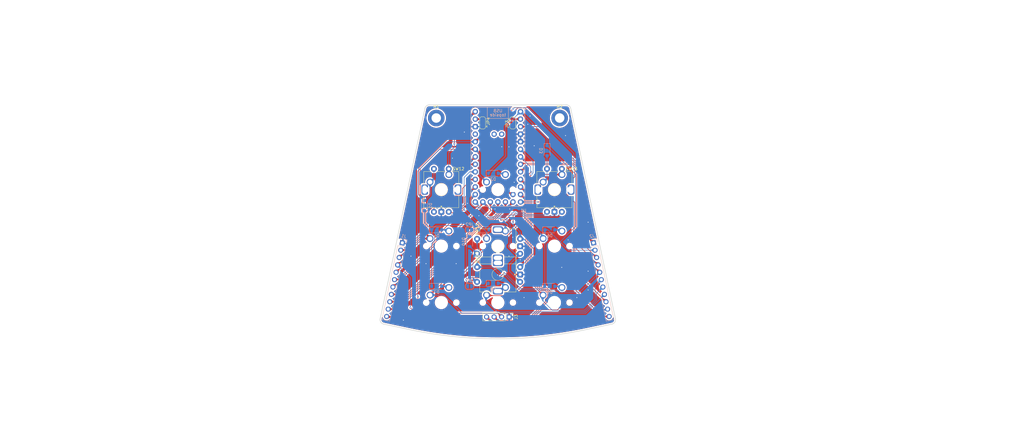
<source format=kicad_pcb>
(kicad_pcb (version 20240108) (generator "pcbnew") (generator_version "8.0")
  (layers (0 "F.Cu" signal) (31 "B.Cu" signal) (34 "B.Paste" user) (35 "F.Paste" user) (36 "B.SilkS" user "B.Silkscreen") (37 "F.SilkS" user "F.Silkscreen") (38 "B.Mask" user) (39 "F.Mask" user) (44 "Edge.Cuts" user))
  (net 0 "")
  (net 1 "col5")
  (net 2 "Net-(D1-A)")
  (net 3 "row2")
  (net 4 "row0")
  (net 5 "col4")
  (net 6 "col2")
  (net 7 "col3")
  (net 8 "row1")
  (net 9 "row3")
  (net 10 "col0")
  (net 11 "col1")
  (net 12 "col8")
  (net 13 "row5")
  (net 14 "col10")
  (net 15 "col6")
  (net 16 "GND")
  (net 17 "col9")
  (net 18 "row4")
  (net 19 "col7")
  (net 20 "col11")
  (net 21 "Net-(D2-A)")
  (net 22 "Net-(D3-A)")
  (net 23 "Net-(D4-A)")
  (net 24 "Net-(D5-A)")
  (net 27 "Net-(D6-A)")
  (net 28 "enc2")
  (net 29 "enc3")
  (net 30 "Net-(D7-A)")
  (net 32 "Net-(D8-A)")
  (net 33 "Net-(D9-A)")
  (net 34 "Net-(D10-A)")
  (net 35 "rgb")
  (net 36 "sda")
  (net 37 "vcc")
  (net 38 "scl")
  (net 39 "enc1")
  (net 40 "vccrgb")
  (net 41 "enc0")
  (net 42 "Net-(D8-K)")
  (net 43 "Net-(D5-K)")
  (net 44 "Net-(JP3-B)")
  (net 45 "Net-(JP3-A)")
  (net 46 "Net-(JP4-B)")
  (footprint "MountingHole:MountingHole_3.2mm_M3_DIN965_Pad" (layer "F.Cu") (at 219.0026 138.860167)
    (property "Reference" "H2")
    (property "Value" "MountingHole")
  )
  (footprint "PCM_marbastlib-mx:SW_MX_1u" (layer "F.Cu") (at 179.145 182.05)
    (property "Reference" "SW4" (hide yes))
    (property "Value" "SW_Push_45deg")
  )
  (footprint "PCM_marbastlib-various:ROT_Alps_EC11E-Switch" (layer "F.Cu") (at 198.195 182.1125 90)
    (property "Reference" "SW11")
    (property "Value" "RotaryEncoder_Switch")
  )
  (footprint "Connector_PinHeader_2.54mm:PinHeader_1x04_P2.54mm_Vertical" (layer "F.Cu") (at 201.995 205.925 -90)
    (property "Reference" "J3")
    (property "Value" "Conn_01x04")
  )
  (footprint "PCM_marbastlib-mx:SW_MX_1u" (layer "F.Cu") (at 198.195 201.1)
    (property "Reference" "SW8" (hide yes))
    (property "Value" "SW_Push_45deg")
  )
  (footprint "Jumper:SolderJumper-3_P1.3mm_Open_RoundedPad1.0x1.5mm" (layer "F.Cu") (at 203.2 140.49375 -90)
    (property "Reference" "JP3")
    (property "Value" "Jumper_3_Open")
  )
  (footprint "PCM_marbastlib-various:ROT_Alps_EC11E-Switch" (layer "F.Cu") (at 179.145 163)
    (property "Reference" "SW12")
    (property "Value" "RotaryEncoder_Switch")
  )
  (footprint "MountingHole:MountingHole_3.2mm_M3_DIN965_Pad" (layer "F.Cu") (at 177.4406 138.860167)
    (property "Reference" "H1")
    (property "Value" "MountingHole")
  )
  (footprint "PCM_marbastlib-mx:SW_MX_1u" (layer "F.Cu") (at 198.195 163)
    (property "Reference" "SW2" (hide yes))
    (property "Value" "SW_Push_45deg")
  )
  (footprint "PCM_marbastlib-various:ROT_Alps_EC11E-Switch" (layer "F.Cu") (at 198.195 191.6375 90)
    (property "Reference" "SW10")
    (property "Value" "RotaryEncoder_Switch")
  )
  (footprint "PCM_marbastlib-mx:SW_MX_1u" (layer "F.Cu") (at 217.245 182.05)
    (property "Reference" "SW6" (hide yes))
    (property "Value" "SW_Push_45deg")
  )
  (footprint "PCM_marbastlib-mx:SW_MX_1u" (layer "F.Cu") (at 217.245 163)
    (property "Reference" "SW3" (hide yes))
    (property "Value" "SW_Push_45deg")
  )
  (footprint "PCM_marbastlib-mx:SW_MX_1u" (layer "F.Cu") (at 179.145 163)
    (property "Reference" "SW1" (hide yes))
    (property "Value" "SW_Push_45deg")
  )
  (footprint "PCM_marbastlib-mx:SW_MX_1u" (layer "F.Cu") (at 217.245 201.1)
    (property "Reference" "SW9" (hide yes))
    (property "Value" "SW_Push_45deg")
  )
  (footprint "PCM_marbastlib-various:ROT_Alps_EC11E-Switch" (layer "F.Cu") (at 217.245 163)
    (property "Reference" "SW13")
    (property "Value" "RotaryEncoder_Switch")
  )
  (footprint "Jumper:SolderJumper-3_P1.3mm_Open_RoundedPad1.0x1.5mm" (layer "F.Cu") (at 193.04 140.49375 90)
    (property "Reference" "JP4")
    (property "Value" "Jumper_3_Open")
  )
  (footprint "PCM_marbastlib-mx:SW_MX_1u" (layer "F.Cu") (at 179.145 201.1)
    (property "Reference" "SW7" (hide yes))
    (property "Value" "SW_Push_45deg")
  )
  (footprint "PCM_marbastlib-mx:SW_MX_1u" (layer "F.Cu") (at 198.195 182.05)
    (property "Reference" "SW5" (hide yes))
    (property "Value" "SW_Push_45deg")
  )
  (footprint "Connector_PinHeader_2.54mm:PinHeader_1x11_P2.54mm_Vertical" (layer "B.Cu") (at 230.399607 180.945708 -168)
    (property "Reference" "J2")
    (property "Value" "Conn_01x11")
  )
  (footprint "Connector_PinHeader_2.54mm:PinHeader_1x11_P2.54mm_Vertical" (layer "B.Cu") (at 166.008871 180.945708 168)
    (property "Reference" "J1")
    (property "Value" "Conn_01x11")
  )
  (footprint "Jumper:SolderJumper-2_P1.3mm_Open_RoundedPad1.0x1.5mm" (layer "B.Cu") (at 188.67 176.55625 180)
    (property "Reference" "JP2")
    (property "Value" "SolderJumper_2_Open")
  )
  (footprint "Diode_SMD:D_SOD-123" (layer "B.Cu") (at 177.5575 176.55625)
    (property "Reference" "D4")
    (property "Value" "D")
  )
  (footprint "Diode_SMD:D_SOD-123" (layer "B.Cu") (at 177.5575 195.60625)
    (property "Reference" "D7")
    (property "Value" "D")
  )
  (footprint "Diode_SMD:D_SOD-123" (layer "B.Cu") (at 214.757 149.86 -90)
    (property "Reference" "D3")
    (property "Value" "D")
  )
  (footprint "Diode_SMD:D_SOD-123" (layer "B.Cu") (at 196.6075 157.50625)
    (property "Reference" "D2")
    (property "Value" "D")
  )
  (footprint "PCM_marbastlib-xp-promicroish:Helios_AH_USBup" (layer "B.Cu") (at 198.200946 153.2 180)
    (property "Reference" "U1")
    (property "Value" "Helios")
  )
  (footprint "Diode_SMD:D_SOD-123" (layer "B.Cu") (at 215.6575 176.55625)
    (property "Reference" "D6")
    (property "Value" "D")
  )
  (footprint "Jumper:SolderJumper-2_P1.3mm_Open_RoundedPad1.0x1.5mm" (layer "B.Cu") (at 188.67 195.60625 180)
    (property "Reference" "JP1")
    (property "Value" "SolderJumper_2_Open")
  )
  (footprint "Diode_SMD:D_SOD-123" (layer "B.Cu") (at 215.6575 195.60625)
    (property "Reference" "D9")
    (property "Value" "D")
  )
  (footprint "Diode_SMD:D_SOD-123" (layer "B.Cu") (at 196.6075 194.6)
    (property "Reference" "D8")
    (property "Value" "D")
  )
  (footprint "Diode_SMD:D_SOD-123" (layer "B.Cu") (at 173.482 168.402 90)
    (property "Reference" "D1")
    (property "Value" "D")
  )
  (footprint "Diode_SMD:D_SOD-123" (layer "B.Cu") (at 193.495 176.55625)
    (property "Reference" "D5")
    (property "Value" "D")
  )
  (footprint "Diode_SMD:D_SOD-123" (layer "B.Cu") (at 188.67 180.525 -90)
    (property "Reference" "D10")
    (property "Value" "D")
  )
  (gr_line (start 175.097744 134.423367) (end 221.249147 134.423367) (stroke (width 0.2)) (layer "Edge.Cuts"))
  (gr_arc (start 221.249147 134.423367) (mid 222.193127 134.757648) (end 222.716368 135.611499) (stroke (width 0.2)) (layer "Edge.Cuts"))
  (gr_line (start 159.711541 208.342098) (end 168.175247 210.141117) (stroke (width 0.2)) (layer "Edge.Cuts"))
  (gr_line (start 158.551295 206.553872) (end 173.630547 135.611467) (stroke (width 0.2)) (layer "Edge.Cuts"))
  (gr_arc (start 228.171647 210.141116) (mid 198.173487 213.294063) (end 168.175326 210.141133) (stroke (width 0.2)) (layer "Edge.Cuts"))
  (gr_arc (start 159.704979 208.340718) (mid 158.75884 207.690455) (end 158.549626 206.561629) (stroke (width 0.2)) (layer "Edge.Cuts"))
  (gr_arc (start 173.630526 135.611499) (mid 174.153765 134.757648) (end 175.097744 134.423367) (stroke (width 0.2)) (layer "Edge.Cuts"))
  (gr_line (start 236.641915 208.340718) (end 228.171647 210.141116) (stroke (width 0.2)) (layer "Edge.Cuts"))
  (gr_line (start 222.716368 135.611499) (end 237.798808 206.56897) (stroke (width 0.2)) (layer "Edge.Cuts"))
  (gr_arc (start 237.797268 206.561629) (mid 237.588038 207.690436) (end 236.641915 208.340718) (stroke (width 0.2)) (layer "Edge.Cuts"))
  (segment (start 176.8011 181.8989) (end 176.8011 181.079125) (width 0.2) (layer "F.Cu") (net 1))
  (segment (start 176.3 182.4) (end 176.8011 181.8989) (width 0.2) (layer "F.Cu") (net 1))
  (segment (start 176.8011 181.079125) (end 179.360225 178.52) (width 0.2) (layer "F.Cu") (net 1))
  (segment (start 193.120946 167.779054) (end 193.120946 167.17) (width 0.2) (layer "F.Cu") (net 1))
  (segment (start 182.38 178.52) (end 193.120946 167.779054) (width 0.2) (layer "F.Cu") (net 1))
  (segment (start 179.360225 178.52) (end 182.38 178.52) (width 0.2) (layer "F.Cu") (net 1))
  (segment (start 176.292974 182.4) (end 176.3 182.4) (width 0.2) (layer "F.Cu") (net 1))
  (segment (start 162.840297 195.852677) (end 176.292974 182.4) (width 0.2) (layer "F.Cu") (net 1))
  (segment (start 193.120946 167.17) (end 197.575946 171.625) (width 0.2) (layer "B.Cu") (net 1))
  (segment (start 213.435 178.61) (end 213.435 179.51) (width 0.2) (layer "B.Cu") (net 1))
  (segment (start 206.45 171.625) (end 213.435 178.61) (width 0.2) (layer "B.Cu") (net 1))
  (segment (start 197.575946 171.625) (end 206.45 171.625) (width 0.2) (layer "B.Cu") (net 1))
  (segment (start 174.872588 160.46) (end 175.335 160.46) (width 0.2) (layer "F.Cu") (net 2))
  (segment (start 176.645 156) (end 176.645 159.15) (width 0.2) (layer "B.Cu") (net 2))
  (segment (start 175.335 160.46) (end 175.335 164.899) (width 0.2) (layer "B.Cu") (net 2))
  (segment (start 175.335 164.899) (end 173.482 166.752) (width 0.2) (layer "B.Cu") (net 2))
  (segment (start 176.645 159.15) (end 175.335 160.46) (width 0.2) (layer "B.Cu") (net 2))
  (segment (start 183.717588 180.825) (end 186.475306 180.825) (width 0.2) (layer "F.Cu") (net 3))
  (segment (start 161.25601 203.306162) (end 163.994144 203.306162) (width 0.2) (layer "F.Cu") (net 3))
  (segment (start 182.575153 181.967435) (end 183.717588 180.825) (width 0.2) (layer "F.Cu") (net 3))
  (segment (start 194.275305 173.025) (end 196.71884 173.025) (width 0.2) (layer "F.Cu") (net 3))
  (segment (start 182.575153 184.725153) (end 182.575153 181.967435) (width 0.2) (layer "F.Cu") (net 3))
  (segment (start 186.475306 180.825) (end 186.487653 180.812653) (width 0.2) (layer "F.Cu") (net 3))
  (segment (start 193.982412 173.317893) (end 194.275305 173.025) (width 0.2) (layer "F.Cu") (net 3))
  (segment (start 196.71884 173.025) (end 200.740946 169.002894) (width 0.2) (layer "F.Cu") (net 3))
  (segment (start 200.740946 169.002894) (end 200.740946 167.17) (width 0.2) (layer "F.Cu") (net 3))
  (segment (start 163.994144 203.306162) (end 182.575153 184.725153) (width 0.2) (layer "F.Cu") (net 3))
  (segment (start 186.487653 180.812653) (end 193.982412 173.317893) (width 0.2) (layer "F.Cu") (net 3))
  (segment (start 162.312201 198.337172) (end 167.548922 198.337172) (width 0.2) (layer "F.Cu") (net 4))
  (segment (start 183.303374 179.825) (end 186.061093 179.825) (width 0.2) (layer "F.Cu") (net 4))
  (segment (start 192.184099 173.701994) (end 192.184099 173.701992) (width 0.2) (layer "F.Cu") (net 4))
  (segment (start 181.575153 184.310941) (end 181.575153 181.553221) (width 0.2) (layer "F.Cu") (net 4))
  (segment (start 167.548922 198.337172) (end 181.575153 184.310941) (width 0.2) (layer "F.Cu") (net 4))
  (segment (start 181.575153 181.553221) (end 183.303374 179.825) (width 0.2) (layer "F.Cu") (net 4))
  (segment (start 192.184099 173.701992) (end 195.660946 170.225145) (width 0.2) (layer "F.Cu") (net 4))
  (segment (start 186.061093 179.825) (end 192.184099 173.701994) (width 0.2) (layer "F.Cu") (net 4))
  (segment (start 195.660946 170.225145) (end 195.660946 167.17) (width 0.2) (layer "F.Cu") (net 4))
  (segment (start 186.549631 169.757475) (end 186.832475 169.757475) (width 0.2) (layer "F.Cu") (net 5))
  (segment (start 163.368394 193.368183) (end 164.570475 193.368183) (width 0.2) (layer "F.Cu") (net 5))
  (segment (start 176.3011 181.637558) (end 176.3011 180.872019) (width 0.2) (layer "F.Cu") (net 5))
  (segment (start 164.570475 193.368183) (end 176.3011 181.637558) (width 0.2) (layer "F.Cu") (net 5))
  (segment (start 179.08656 178.086559) (end 179.08656 177.220546) (width 0.2) (layer "F.Cu") (net 5))
  (segment (start 176.3011 180.872019) (end 179.08656 178.086559) (width 0.2) (layer "F.Cu") (net 5))
  (segment (start 179.08656 177.220546) (end 186.549631 169.757475) (width 0.2) (layer "F.Cu") (net 5))
  (via (at 186.832475 169.757475) (size 0.6) (drill 0.3) (layers "F.Cu" "B.Cu") (net 5))
  (segment (start 186.832475 158.892475) (end 188.71495 157.01) (width 0.2) (layer "B.Cu") (net 5))
  (segment (start 194.385 177.31) (end 186.832475 169.757475) (width 0.2) (layer "B.Cu") (net 5))
  (segment (start 186.832475 169.757475) (end 186.832475 158.892475) (width 0.2) (layer "B.Cu") (net 5))
  (segment (start 188.71495 157.01) (end 190.580946 157.01) (width 0.2) (layer "B.Cu") (net 5))
  (segment (start 194.385 179.51) (end 194.385 177.31) (width 0.2) (layer "B.Cu") (net 5))
  (segment (start 218.244188 203.555812) (end 219.6 202.2) (width 0.2) (layer "F.Cu") (net 6))
  (segment (start 212.948159 195.951841) (end 209.620946 192.624628) (width 0.2) (layer "F.Cu") (net 6))
  (segment (start 208.236625 208.175) (end 212.855813 203.555812) (width 0.2) (layer "F.Cu") (net 6))
  (segment (start 164.424584 188.399193) (end 166.749742 186.074035) (width 0.2) (layer "F.Cu") (net 6))
  (segment (start 168.7 202.8) (end 174.075 208.175) (width 0.2) (layer "F.Cu") (net 6))
  (segment (start 184.292893 158.218053) (end 190.580946 151.93) (width 0.2) (layer "F.Cu") (net 6))
  (segment (start 219.6 200.140225) (end 216.96353 197.503755) (width 0.2) (layer "F.Cu") (net 6))
  (segment (start 219.6 202.2) (end 219.6 200.140225) (width 0.2) (layer "F.Cu") (net 6))
  (segment (start 166.749742 186.074035) (end 166.749742 184.824742) (width 0.2) (layer "F.Cu") (net 6))
  (segment (start 184.292893 159.694185) (end 184.292893 158.218053) (width 0.2) (layer "F.Cu") (net 6))
  (segment (start 212.855813 203.555812) (end 218.244188 203.555812) (width 0.2) (layer "F.Cu") (net 6))
  (segment (start 173.774742 177.799742) (end 173.85 177.724485) (width 0.2) (layer "F.Cu") (net 6))
  (segment (start 178.087994 166.37) (end 181.229 166.37) (width 0.2) (layer "F.Cu") (net 6))
  (segment (start 166.749743 184.824742) (end 173.774742 177.799742) (width 0.2) (layer "F.Cu") (net 6))
  (segment (start 216.96353 197.503755) (end 215.985 197.503755) (width 0.2) (layer "F.Cu") (net 6))
  (segment (start 181.229 166.37) (end 182.5 165.099) (width 0.2) (layer "F.Cu") (net 6))
  (segment (start 182.5 165.099) (end 182.5 161.487078) (width 0.2) (layer "F.Cu") (net 6))
  (segment (start 211.847946 157.92) (end 219.785 157.92) (width 0.2) (layer "F.Cu") (net 6))
  (segment (start 166.749742 184.824742) (end 166.749743 184.824742) (width 0.2) (layer "F.Cu") (net 6))
  (segment (start 174.075 208.175) (end 208.236625 208.175) (width 0.2) (layer "F.Cu") (net 6))
  (segment (start 215.985 197.503755) (end 215.290623 196.809378) (width 0.2) (layer "F.Cu") (net 6))
  (segment (start 214.433087 195.951841) (end 212.948159 195.951841) (width 0.2) (layer "F.Cu") (net 6))
  (segment (start 173.85 170.607994) (end 178.087994 166.37) (width 0.2) (layer "F.Cu") (net 6))
  (segment (start 182.5 161.487078) (end 184.292893 159.694185) (width 0.2) (layer "F.Cu") (net 6))
  (segment (start 209.620946 192.624628) (end 209.620946 160.147) (width 0.2) (layer "F.Cu") (net 6))
  (segment (start 215.290623 196.809378) (end 214.433087 195.951841) (width 0.2) (layer "F.Cu") (net 6))
  (segment (start 209.620946 160.147) (end 211.847946 157.92) (width 0.2) (layer "F.Cu") (net 6))
  (segment (start 173.85 177.724485) (end 173.85 170.607994) (width 0.2) (layer "F.Cu") (net 6))
  (via (at 168.7 202.8) (size 0.6) (drill 0.3) (layers "F.Cu" "B.Cu") (net 6))
  (segment (start 168.7 192.674609) (end 164.424584 188.399193) (width 0.2) (layer "B.Cu") (net 6))
  (segment (start 168.7 202.8) (end 168.7 192.674609) (width 0.2) (layer "B.Cu") (net 6))
  (segment (start 219.37125 157.50625) (end 219.785 157.92) (width 0.2) (layer "B.Cu") (net 6))
  (segment (start 183 161.694184) (end 183 165.361) (width 0.2) (layer "F.Cu") (net 7))
  (segment (start 174.35 178.525) (end 175.335 179.51) (width 0.2) (layer "F.Cu") (net 7))
  (segment (start 163.896488 190.883688) (end 167.249742 187.530434) (width 0.2) (layer "F.Cu") (net 7))
  (segment (start 167.249742 187.530434) (end 167.249742 185.031849) (width 0.2) (layer "F.Cu") (net 7))
  (segment (start 184.792893 158.425159) (end 184.792893 159.901291) (width 0.2) (layer "F.Cu") (net 7))
  (segment (start 190.580946 154.47) (end 188.748052 154.47) (width 0.2) (layer "F.Cu") (net 7))
  (segment (start 178.287101 166.878) (end 174.35 170.815101) (width 0.2) (layer "F.Cu") (net 7))
  (segment (start 183 165.361) (end 181.483 166.878) (width 0.2) (layer "F.Cu") (net 7))
  (segment (start 174.35 170.815101) (end 174.35 178.525) (width 0.2) (layer "F.Cu") (net 7))
  (segment (start 181.483 166.878) (end 178.287101 166.878) (width 0.2) (layer "F.Cu") (net 7))
  (segment (start 172.77159 179.51) (end 175.335 179.51) (width 0.2) (layer "F.Cu") (net 7))
  (segment (start 171.990795 180.290795) (end 172.77159 179.51) (width 0.2) (layer "F.Cu") (net 7))
  (segment (start 188.748052 154.47) (end 184.792893 158.425159) (width 0.2) (layer "F.Cu") (net 7))
  (segment (start 167.249742 185.031849) (end 171.990795 180.290795) (width 0.2) (layer "F.Cu") (net 7))
  (segment (start 184.792893 159.901291) (end 183 161.694184) (width 0.2) (layer "F.Cu") (net 7))
  (segment (start 186.268199 180.325) (end 192.684099 173.9091) (width 0.2) (layer "F.Cu") (net 8))
  (segment (start 192.684099 173.909099) (end 194.068198 172.525) (width 0.2) (layer "F.Cu") (net 8))
  (segment (start 161.784105 200.821667) (end 165.771533 200.821667) (width 0.2) (layer "F.Cu") (net 8))
  (segment (start 165.771533 200.821667) (end 182.075153 184.518047) (width 0.2) (layer "F.Cu") (net 8))
  (segment (start 182.075153 184.518047) (end 182.075153 181.760328) (width 0.2) (layer "F.Cu") (net 8))
  (segment (start 182.075153 181.760328) (end 183.510481 180.325) (width 0.2) (layer "F.Cu") (net 8))
  (segment (start 196.511734 172.525) (end 198.200946 170.835788) (width 0.2) (layer "F.Cu") (net 8))
  (segment (start 192.684099 173.9091) (end 192.684099 173.909099) (width 0.2) (layer "F.Cu") (net 8))
  (segment (start 198.200946 170.835788) (end 198.200946 167.17) (width 0.2) (layer "F.Cu") (net 8))
  (segment (start 194.068198 172.525) (end 196.511734 172.525) (width 0.2) (layer "F.Cu") (net 8))
  (segment (start 183.510481 180.325) (end 186.268199 180.325) (width 0.2) (layer "F.Cu") (net 8))
  (segment (start 194.482412 173.525) (end 162.216755 205.790657) (width 0.2) (layer "F.Cu") (net 9))
  (segment (start 162.216755 205.790657) (end 160.727914 205.790657) (width 0.2) (layer "F.Cu") (net 9))
  (segment (start 196.925946 173.525) (end 194.482412 173.525) (width 0.2) (layer "F.Cu") (net 9))
  (segment (start 203.280946 167.17) (end 196.925946 173.525) (width 0.2) (layer "F.Cu") (net 9))
  (segment (start 172.240039 165.452961) (end 171.837893 165.050816) (width 0.2) (layer "F.Cu") (net 10))
  (segment (start 183.515 143.755946) (end 183.515 147.574) (width 0.2) (layer "F.Cu") (net 10))
  (segment (start 171.545 155.725946) (end 190.580946 136.69) (width 0.2) (layer "F.Cu") (net 10))
  (segment (start 172.85 177.263059) (end 172.85 166.062922) (width 0.2) (layer "F.Cu") (net 10))
  (segment (start 171.545 164.757923) (end 171.545 155.725946) (width 0.2) (layer "F.Cu") (net 10))
  (segment (start 165.480775 183.430203) (end 166.682856 183.430203) (width 0.2) (layer "F.Cu") (net 10))
  (segment (start 166.682856 183.430203) (end 172.85 177.263059) (width 0.2) (layer "F.Cu") (net 10))
  (segment (start 183.515 143.755946) (end 190.580946 136.69) (width 0.2) (layer "F.Cu") (net 10))
  (segment (start 172.85 166.062922) (end 172.240039 165.452961) (width 0.2) (layer "F.Cu") (net 10))
  (segment (start 171.837893 165.050816) (end 171.545 164.757923) (width 0.2) (layer "F.Cu") (net 10))
  (via (at 183.515 147.574) (size 0.6) (drill 0.3) (layers "F.Cu" "B.Cu") (net 10))
  (segment (start 181.27125 157.50625) (end 181.685 157.92) (width 0.2) (layer "B.Cu") (net 10))
  (segment (start 181.645 150.56) (end 183.515 148.69) (width 0.2) (layer "B.Cu") (net 10))
  (segment (start 183.515 148.69) (end 183.515 147.574) (width 0.2) (layer "B.Cu") (net 10))
  (segment (start 181.645 156) (end 181.645 150.56) (width 0.2) (layer "B.Cu") (net 10))
  (segment (start 164.95268 185.914698) (end 173.35 177.517378) (width 0.2) (layer "F.Cu") (net 11))
  (segment (start 173.35 165.855816) (end 172.045 164.550816) (width 0.2) (layer "F.Cu") (net 11))
  (segment (start 172.045 155.933052) (end 178.588052 149.39) (width 0.2) (layer "F.Cu") (net 11))
  (segment (start 172.045 164.550816) (end 172.045 155.933052) (width 0.2) (layer "F.Cu") (net 11))
  (segment (start 178.588052 149.39) (end 190.580946 149.39) (width 0.2) (layer "F.Cu") (net 11))
  (segment (start 173.35 177.517378) (end 173.35 165.855816) (width 0.2) (layer "F.Cu") (net 11))
  (segment (start 194.385 160.46) (end 191.880946 157.955946) (width 0.2) (layer "B.Cu") (net 11))
  (segment (start 191.880946 150.69) (end 190.580946 149.39) (width 0.2) (layer "B.Cu") (net 11))
  (segment (start 191.880946 157.955946) (end 191.880946 150.69) (width 0.2) (layer "B.Cu") (net 11))
  (segment (start 208.120946 193.245946) (end 213.435 198.56) (width 0.2) (layer "F.Cu") (net 12))
  (segment (start 208.120946 161.85) (end 208.120946 193.245946) (width 0.2) (layer "F.Cu") (net 12))
  (segment (start 205.820946 159.55) (end 208.120946 161.85) (width 0.2) (layer "F.Cu") (net 12))
  (segment (start 227.344237 203.675) (end 230.95 200.069237) (width 0.2) (layer "B.Cu") (net 12))
  (segment (start 213.435 200.604775) (end 216.505225 203.675) (width 0.2) (layer "B.Cu") (net 12))
  (segment (start 213.435 198.56) (end 213.435 200.604775) (width 0.2) (layer "B.Cu") (net 12))
  (segment (start 230.95 200.069237) (end 230.95 195.45827) (width 0.2) (layer "B.Cu") (net 12))
  (segment (start 216.505225 203.675) (end 227.344237 203.675) (width 0.2) (layer "B.Cu") (net 12))
  (segment (start 230.95 195.45827) (end 233.040086 193.368184) (width 0.2) (layer "B.Cu") (net 12))
  (segment (start 200.3 191.1) (end 198.6625 192.7375) (width 0.2) (layer "F.Cu") (net 13))
  (segment (start 198.6625 192.7375) (end 188.223004 192.7375) (width 0.2) (layer "F.Cu") (net 13))
  (segment (start 188.223004 192.7375) (end 187.560504 193.4) (width 0.2) (layer "F.Cu") (net 13))
  (via (at 200.3 191.1) (size 0.6) (drill 0.3) (layers "F.Cu" "B.Cu") (net 13))
  (via (at 187.560504 193.4) (size 0.6) (drill 0.3) (layers "F.Cu" "B.Cu") (net 13))
  (segment (start 200.770946 141.74) (end 205.820946 136.69) (width 0.2) (layer "B.Cu") (net 13))
  (segment (start 200.5 191.3) (end 200.3 191.1) (width 0.2) (layer "B.Cu") (net 13))
  (segment (start 176.885 178.867968) (end 175.9075 177.890468) (width 0.2) (layer "B.Cu") (net 13))
  (segment (start 214.0075 181.129532) (end 214.985 180.152032) (width 0.2) (layer "B.Cu") (net 13))
  (segment (start 214.0075 176.55625) (end 215.066025 176.55625) (width 0.2) (layer "B.Cu") (net 13))
  (segment (start 205.927601 196.35) (end 200.877601 191.3) (width 0.2) (layer "B.Cu") (net 13))
  (segment (start 188.02 178.225) (end 188.67 178.875) (width 0.2) (layer "B.Cu") (net 13))
  (segment (start 186.56375 175.1) (end 177.36375 175.1) (width 0.2) (layer "B.Cu") (net 13))
  (segment (start 175.9075 181.129532) (end 176.885 180.152032) (width 0.2) (layer "B.Cu") (net 13))
  (segment (start 214.985 180.152032) (end 214.985 178.867968) (width 0.2) (layer "B.Cu") (net 13))
  (segment (start 219.152887 180.643113) (end 224.345 175.451) (width 0.2) (layer "B.Cu") (net 13))
  (segment (start 173.482 174.13075) (end 175.9075 176.55625) (width 0.2) (layer "B.Cu") (net 13))
  (segment (start 187.560504 195.146754) (end 187.560504 193.4) (width 0.2) (layer "B.Cu") (net 13))
  (segment (start 188.02 195.60625) (end 187.560504 195.146754) (width 0.2) (layer "B.Cu") (net 13))
  (segment (start 176.885 180.152032) (end 176.885 178.867968) (width 0.2) (layer "B.Cu") (net 13))
  (segment (start 214.757 148.21) (end 214.757 145.626054) (width 0.2) (layer "B.Cu") (net 13))
  (segment (start 224.345 175.451) (end 224.345 157.798) (width 0.2) (layer "B.Cu") (net 13))
  (segment (start 200.770946 151.692804) (end 200.770946 141.74) (width 0.2) (layer "B.Cu") (net 13))
  (segment (start 200.877601 191.3) (end 200.5 191.3) (width 0.2) (layer "B.Cu") (net 13))
  (segment (start 194.9575 157.50625) (end 200.770946 151.692804) (width 0.2) (layer "B.Cu") (net 13))
  (segment (start 215.066025 176.55625) (end 219.152887 180.643113) (width 0.2) (layer "B.Cu") (net 13))
  (segment (start 214.0075 177.890468) (end 214.0075 176.55625) (width 0.2) (layer "B.Cu") (net 13))
  (segment (start 228.092 183.430203) (end 230.927702 183.430203) (width 0.2) (layer "B.Cu") (net 13))
  (segment (start 214.985 178.867968) (end 214.0075 177.890468) (width 0.2) (layer "B.Cu") (net 13))
  (segment (start 177.36375 175.1) (end 175.9075 176.55625) (width 0.2) (layer "B.Cu") (net 13))
  (segment (start 213.26375 196.35) (end 211.4 196.35) (width 0.2) (layer "B.Cu") (net 13))
  (segment (start 173.482 170.052) (end 173.482 174.13075) (width 0.2) (layer "B.Cu") (net 13))
  (segment (start 188.02 176.55625) (end 186.56375 175.1) (width 0.2) (layer "B.Cu") (net 13))
  (segment (start 214.757 145.626054) (end 205.820946 136.69) (width 0.2) (layer "B.Cu") (net 13))
  (segment (start 221.939978 183.430203) (end 228.092 183.430203) (width 0.2) (layer "B.Cu") (net 13))
  (segment (start 187.560504 193.4) (end 187.560504 179.984496) (width 0.2) (layer "B.Cu") (net 13))
  (segment (start 214.0075 195.60625) (end 214.0075 181.129532) (width 0.2) (layer "B.Cu") (net 13))
  (segment (start 187.560504 179.984496) (end 188.67 178.875) (width 0.2) (layer "B.Cu") (net 13))
  (segment (start 175.9075 177.890468) (end 175.9075 176.55625) (width 0.2) (layer "B.Cu") (net 13))
  (segment (start 219.152887 180.643113) (end 221.939978 183.430203) (width 0.2) (layer "B.Cu") (net 13))
  (segment (start 224.345 157.798) (end 214.757 148.21) (width 0.2) (layer "B.Cu") (net 13))
  (segment (start 175.9075 195.60625) (end 175.9075 181.129532) (width 0.2) (layer "B.Cu") (net 13))
  (segment (start 211.4 196.35) (end 205.927601 196.35) (width 0.2) (layer "B.Cu") (net 13))
  (segment (start 188.02 176.55625) (end 188.02 178.225) (width 0.2) (layer "B.Cu") (net 13))
  (segment (start 214.0075 195.60625) (end 213.26375 196.35) (width 0.2) (layer "B.Cu") (net 13))
  (segment (start 223.655213 154.1) (end 206.190946 154.1) (width 0.2) (layer "F.Cu") (net 14))
  (segment (start 224.025212 154.47) (end 223.655213 154.1) (width 0.2) (layer "F.Cu") (net 14))
  (segment (start 225.25 181.665299) (end 225.25 155.694788) (width 0.2) (layer "F.Cu") (net 14))
  (segment (start 225.25 155.694788) (end 224.025212 154.47) (width 0.2) (layer "F.Cu") (net 14))
  (segment (start 231.983894 188.399193) (end 225.25 181.665299) (width 0.2) (layer "F.Cu") (net 14))
  (segment (start 206.190946 154.1) (end 205.820946 154.47) (width 0.2) (layer "F.Cu") (net 14))
  (segment (start 197.224125 179.7061) (end 192.595 184.335225) (width 0.2) (layer "F.Cu") (net 15))
  (segment (start 192.595 184.335225) (end 192.595 185.192399) (width 0.2) (layer "F.Cu") (net 15))
  (segment (start 183.562399 194.225) (end 179.67 194.225) (width 0.2) (layer "F.Cu") (net 15))
  (segment (start 192.595 185.192399) (end 183.562399 194.225) (width 0.2) (layer "F.Cu") (net 15))
  (segment (start 205.820946 164.63) (end 207.120946 165.93) (width 0.2) (layer "F.Cu") (net 15))
  (segment (start 207.120946 165.93) (end 207.120946 172.776086) (width 0.2) (layer "F.Cu") (net 15))
  (segment (start 179.67 194.225) (end 175.335 198.56) (width 0.2) (layer "F.Cu") (net 15))
  (segment (start 200.190932 179.7061) (end 197.224125 179.7061) (width 0.2) (layer "F.Cu") (net 15))
  (segment (start 207.120946 172.776086) (end 200.190932 179.7061) (width 0.2) (layer "F.Cu") (net 15))
  (segment (start 179.919775 198.56) (end 186.034775 204.675) (width 0.2) (layer "B.Cu") (net 15))
  (segment (start 175.335 198.56) (end 179.919775 198.56) (width 0.2) (layer "B.Cu") (net 15))
  (segment (start 227.758449 204.675) (end 234.096277 198.337172) (width 0.2) (layer "B.Cu") (net 15))
  (segment (start 186.034775 204.675) (end 227.758449 204.675) (width 0.2) (layer "B.Cu") (net 15))
  (segment (start 184.15 171.45) (end 187.96 167.64) (width 0.2) (layer "F.Cu") (net 16))
  (segment (start 182.88 171.45) (end 184.15 171.45) (width 0.2) (layer "F.Cu") (net 16))
  (segment (start 201.93 148.59) (end 199.39 148.59) (width 0.2) (layer "F.Cu") (net 16))
  (via (at 228.6 196.85) (size 0.6) (drill 0.3) (layers "F.Cu" "B.Cu") (net 16))
  (via (at 228.6 190.5) (size 0.6) (drill 0.3) (layers "F.Cu" "B.Cu") (net 16))
  (via (at 189.23 184.15) (size 0.6) (drill 0.3) (layers "F.Cu" "B.Cu") (net 16))
  (via (at 197.231 169.545) (size 0.6) (drill 0.3) (layers "F.Cu" "B.Cu") (net 16))
  (via (at 224.79 199.39) (size 0.6) (drill 0.3) (layers "F.Cu" "B.Cu") (net 16))
  (via (at 210.439 148.209) (size 0.6) (drill 0.3) (layers "F.Cu" "B.Cu") (net 16))
  (via (at 203.2 179.07) (size 0.6) (drill 0.3) (layers "F.Cu" "B.Cu") (net 16))
  (via (at 184.15 187.96) (size 0.6) (drill 0.3) (layers "F.Cu" "B.Cu") (net 16))
  (via (at 205.74 186.69) (size 0.6) (drill 0.3) (layers "F.Cu" "B.Cu") (net 16))
  (via (at 208.28 140.97) (size 0.6) (drill 0.3) (layers "F.Cu" "B.Cu") (net 16))
  (via (at 201.93 185.42) (size 0.6) (drill 0.3) (layers "F.Cu" "B.Cu") (net 16))
  (via (at 219.71 189.23) (size 0.6) (drill 0.3) (layers "F.Cu" "B.Cu") (net 16))
  (via (at 220.98 144.78) (size 0.6) (drill 0.3) (layers "F.Cu" "B.Cu") (net 16))
  (via (at 201.93 148.59) (size 0.6) (drill 0.3) (layers "F.Cu" "B.Cu") (net 16))
  (via (at 187.96 167.64) (size 0.6) (drill 0.3) (layers "F.Cu" "B.Cu") (net 16))
  (via (at 173.99 187.96) (size 0.6) (drill 0.3) (layers "F.Cu" "B.Cu") (net 16))
  (via (at 186.9 143.6) (size 0.6) (drill 0.3) (layers "F.Cu" "B.Cu") (net 16))
  (via (at 198.12 191.77) (size 0.6) (drill 0.3) (layers "F.Cu" "B.Cu") (net 16))
  (via (at 228.6 173.99) (size 0.6) (drill 0.3) (layers "F.Cu" "B.Cu") (net 16))
  (via (at 202.184 169.545) (size 0.6) (drill 0.3) (layers "F.Cu" "B.Cu") (net 16))
  (via (at 203.708 160.528) (size 0.6) (drill 0.3) (layers "F.Cu" "B.Cu") (net 16))
  (via (at 209.042 138.176) (size 0.6) (drill 0.3) (layers "F.Cu" "B.Cu") (net 16))
  (via (at 182.88 171.45) (size 0.6) (drill 0.3) (layers "F.Cu" "B.Cu") (net 16))
  (via (at 199.503327 148.556122) (size 0.6) (drill 0.3) (layers "F.Cu" "B.Cu") (net 16))
  (via (at 207.01 199.39) (size 0.6) (drill 0.3) (layers "F.Cu" "B.Cu") (net 16))
  (via (at 191.8 171.8) (size 0.6) (drill 0.3) (layers "F.Cu" "B.Cu") (net 16))
  (via (at 168.91 185.42) (size 0.6) (drill 0.3) (layers "F.Cu" "B.Cu") (net 16))
  (via (at 221.869 179.959) (size 0.6) (drill 0.3) (layers "F.Cu" "B.Cu") (net 16))
  (via (at 166.37 207.01) (size 0.6) (drill 0.3) (layers "F.Cu" "B.Cu") (net 16))
  (via (at 182.88 152.4) (size 0.6) (drill 0.3) (layers "F.Cu" "B.Cu") (net 16))
  (segment (start 205.695 182.1125) (end 207.095 183.5125) (width 0.2) (layer "B.Cu") (net 16))
  (segment (start 205.820946 144.31) (end 208.28 141.850946) (width 0.2) (layer "B.Cu") (net 16))
  (segment (start 204.295 190.2375) (end 205.695 191.6375) (width 0.2) (layer "B.Cu") (net 16))
  (segment (start 208.28 141.850946) (end 208.28 140.97) (width 0.2) (layer "B.Cu") (net 16))
  (segment (start 204.295 188.135) (end 204.295 190.2375) (width 0.2) (layer "B.Cu") (net 16))
  (segment (start 207.095 185.335) (end 204.295 188.135) (width 0.2) (layer "B.Cu") (net 16))
  (segment (start 207.095 183.5125) (end 207.095 185.335) (width 0.2) (layer "B.Cu") (net 16))
  (segment (start 232.51199 190.883688) (end 224.675 183.046698) (width 0.2) (layer "F.Cu") (net 17))
  (segment (start 224.675 155.826894) (end 223.448106 154.6) (width 0.2) (layer "F.Cu") (net 17))
  (segment (start 224.675 183.046698) (end 224.675 155.826894) (width 0.2) (layer "F.Cu") (net 17))
  (segment (start 208.230946 154.6) (end 205.820946 157.01) (width 0.2) (layer "F.Cu") (net 17))
  (segment (start 223.448106 154.6) (end 208.230946 154.6) (width 0.2) (layer "F.Cu") (net 17))
  (segment (start 232.51199 190.883688) (end 225.825678 197.57) (width 0.2) (layer "B.Cu") (net 17))
  (segment (start 225.825678 197.57) (end 219.142968 197.57) (width 0.2) (layer "B.Cu") (net 17))
  (segment (start 191.195 179.6125) (end 191.195 182.632601) (width 0.2) (layer "B.Cu") (net 17))
  (segment (start 192.595 185.192399) (end 191.195 186.592399) (width 0.2) (layer "B.Cu") (net 17))
  (segment (start 199.13995 191.8) (end 196.47745 189.1375) (width 0.2) (layer "B.Cu") (net 17))
  (segment (start 200.6 191.8) (end 199.13995 191.8) (width 0.2) (layer "B.Cu") (net 17))
  (segment (start 219.142968 197.57) (end 218.422968 196.85) (width 0.2) (layer "B.Cu") (net 17))
  (segment (start 191.195 182.632601) (end 192.595 184.032601) (width 0.2) (layer "B.Cu") (net 17))
  (segment (start 191.195 186.592399) (end 191.195 189.1375) (width 0.2) (layer "B.Cu") (net 17))
  (segment (start 218.422968 196.85) (end 205.65 196.85) (width 0.2) (layer "B.Cu") (net 17))
  (segment (start 192.595 184.032601) (end 192.595 185.192399) (width 0.2) (layer "B.Cu") (net 17))
  (segment (start 196.47745 189.1375) (end 191.195 189.1375) (width 0.2) (layer "B.Cu") (net 17))
  (segment (start 205.65 196.85) (end 200.6 191.8) (width 0.2) (layer "B.Cu") (net 17))
  (segment (start 218.995 167.17) (end 211.645 167.17) (width 0.2) (layer "F.Cu") (net 18))
  (segment (start 223.6 171.775) (end 218.995 167.17) (width 0.2) (layer "F.Cu") (net 18))
  (segment (start 223.6 171.775) (end 223.6 196.1) (width 0.2) (layer "F.Cu") (net 18))
  (segment (start 233.290657 205.790657) (end 235.680564 205.790657) (width 0.2) (layer "F.Cu") (net 18))
  (segment (start 223.6 196.1) (end 233.290657 205.790657) (width 0.2) (layer "F.Cu") (net 18))
  (via (at 211.645 167.17) (size 0.6) (drill 0.3) (layers "F.Cu" "B.Cu") (net 18))
  (segment (start 205.820946 167.17) (end 211.645 167.17) (width 0.2) (layer "B.Cu") (net 18))
  (segment (start 203.074899 198.7375) (end 194.5625 198.7375) (width 0.2) (layer "F.Cu") (net 19))
  (segment (start 194.5625 198.7375) (end 194.385 198.56) (width 0.2) (layer "F.Cu") (net 19))
  (segment (start 207.620946 163.89) (end 207.620946 194.191453) (width 0.2) (layer "F.Cu") (net 19))
  (segment (start 207.620946 194.191453) (end 203.074899 198.7375) (width 0.2) (layer "F.Cu") (net 19))
  (segment (start 205.820946 162.09) (end 207.620946 163.89) (width 0.2) (layer "F.Cu") (net 19))
  (segment (start 227.551343 204.175) (end 231.45 200.276343) (width 0.2) (layer "B.Cu") (net 19))
  (segment (start 194.385 200.604775) (end 197.955225 204.175) (width 0.2) (layer "B.Cu") (net 19))
  (segment (start 194.385 198.56) (end 194.385 200.604775) (width 0.2) (layer "B.Cu") (net 19))
  (segment (start 231.45 197.970858) (end 233.568181 195.852677) (width 0.2) (layer "B.Cu") (net 19))
  (segment (start 231.45 200.276343) (end 231.45 197.970858) (width 0.2) (layer "B.Cu") (net 19))
  (segment (start 197.955225 204.175) (end 227.551343 204.175) (width 0.2) (layer "B.Cu") (net 19))
  (segment (start 225.792853 180.251752) (end 231.455799 185.914698) (width 0.2) (layer "F.Cu") (net 20))
  (segment (start 212.032318 141.77) (end 225.792853 155.530535) (width 0.2) (layer "F.Cu") (net 20))
  (segment (start 225.792853 155.530535) (end 225.792853 180.251752) (width 0.2) (layer "F.Cu") (net 20))
  (segment (start 205.820946 141.77) (end 212.032318 141.77) (width 0.2) (layer "F.Cu") (net 20))
  (segment (start 198.2575 157.50625) (end 200.32125 157.50625) (width 0.2) (layer "B.Cu") (net 21))
  (segment (start 200.32125 157.50625) (end 200.735 157.92) (width 0.2) (layer "B.Cu") (net 21))
  (segment (start 214.745 156) (end 214.745 155.968) (width 0.2) (layer "B.Cu") (net 22))
  (segment (start 213.435 160.46) (end 214.745 159.15) (width 0.2) (layer "B.Cu") (net 22))
  (segment (start 214.757 155.956) (end 214.757 151.51) (width 0.2) (layer "B.Cu") (net 22))
  (segment (start 214.745 155.968) (end 214.757 155.956) (width 0.2) (layer "B.Cu") (net 22))
  (segment (start 214.745 159.15) (end 214.745 156) (width 0.2) (layer "B.Cu") (net 22))
  (segment (start 181.27125 176.55625) (end 181.685 176.97) (width 0.2) (layer "B.Cu") (net 23))
  (segment (start 179.2075 176.55625) (end 181.27125 176.55625) (width 0.2) (layer "B.Cu") (net 23))
  (segment (start 200.403845 175.0125) (end 200.735 175.343655) (width 0.2) (layer "B.Cu") (net 24))
  (segment (start 200.735 175.343655) (end 200.735 176.97) (width 0.2) (layer "B.Cu") (net 24))
  (segment (start 195.145 175.95625) (end 196.08875 175.0125) (width 0.2) (layer "B.Cu") (net 24))
  (segment (start 196.08875 175.0125) (end 200.403845 175.0125) (width 0.2) (layer "B.Cu") (net 24))
  (segment (start 195.145 176.55625) (end 195.145 175.95625) (width 0.2) (layer "B.Cu") (net 24))
  (segment (start 217.3075 176.55625) (end 219.37125 176.55625) (width 0.2) (layer "B.Cu") (net 27))
  (segment (start 219.37125 176.55625) (end 219.785 176.97) (width 0.2) (layer "B.Cu") (net 27))
  (segment (start 176.645 170.5) (end 176.645 169.227207) (width 0.2) (layer "F.Cu") (net 28))
  (segment (start 181.690106 167.378) (end 183.968106 165.1) (width 0.2) (layer "F.Cu") (net 28))
  (segment (start 186.309 162.56) (end 189.319 159.55) (width 0.2) (layer "F.Cu") (net 28))
  (segment (start 189.319 159.55) (end 190.580946 159.55) (width 0.2) (layer "F.Cu") (net 28))
  (segment (start 183.968106 165.1) (end 185.695816 165.1) (width 0.2) (layer "F.Cu") (net 28))
  (segment (start 185.695816 165.1) (end 186.309 164.486816) (width 0.2) (layer "F.Cu") (net 28))
  (segment (start 178.494207 167.378) (end 181.690106 167.378) (width 0.2) (layer "F.Cu") (net 28))
  (segment (start 186.309 164.486816) (end 186.309 162.56) (width 0.2) (layer "F.Cu") (net 28))
  (segment (start 176.645 169.227207) (end 178.494207 167.378) (width 0.2) (layer "F.Cu") (net 28))
  (segment (start 181.645 170.5) (end 181.895 170.75) (width 0.2) (layer "F.Cu") (net 29))
  (segment (start 187.161947 167.730947) (end 187.161947 165.508999) (width 0.2) (layer "F.Cu") (net 29))
  (segment (start 184.142894 170.75) (end 187.161947 167.730947) (width 0.2) (layer "F.Cu") (net 29))
  (segment (start 187.161947 165.508999) (end 190.580946 162.09) (width 0.2) (layer "F.Cu") (net 29))
  (segment (start 181.895 170.75) (end 184.142894 170.75) (width 0.2) (layer "F.Cu") (net 29))
  (segment (start 190.055 162.09) (end 190.580946 162.09) (width 0.2) (layer "F.Cu") (net 29))
  (segment (start 179.2075 195.60625) (end 181.27125 195.60625) (width 0.2) (layer "B.Cu") (net 30))
  (segment (start 181.27125 195.60625) (end 181.685 196.02) (width 0.2) (layer "B.Cu") (net 30))
  (segment (start 199.315 194.6) (end 200.735 196.02) (width 0.2) (layer "B.Cu") (net 32))
  (segment (start 198.2575 194.6) (end 199.315 194.6) (width 0.2) (layer "B.Cu") (net 32))
  (segment (start 217.3075 195.60625) (end 219.37125 195.60625) (width 0.2) (layer "B.Cu") (net 33))
  (segment (start 219.37125 195.60625) (end 219.785 196.02) (width 0.2) (layer "B.Cu") (net 33))
  (segment (start 188.7575 182.175) (end 188.67 182.175) (width 0.2) (layer "B.Cu") (net 34))
  (segment (start 189.795 192.7375) (end 189.795 186.0125) (width 0.2) (layer "B.Cu") (net 34))
  (segment (start 191.195 184.6125) (end 188.7575 182.175) (width 0.2) (layer "B.Cu") (net 34))
  (segment (start 191.195 194.1375) (end 189.795 192.7375) (width 0.2) (layer "B.Cu") (net 34))
  (segment (start 189.795 186.0125) (end 191.195 184.6125) (width 0.2) (layer "B.Cu") (net 34))
  (segment (start 203.2 140.49375) (end 202.25 140.49375) (width 0.2) (layer "F.Cu") (net 35))
  (segment (start 226.292853 176.838954) (end 226.292853 155.323428) (width 0.2) (layer "F.Cu") (net 35))
  (segment (start 212.332212 140.476262) (end 212.332212 141.362788) (width 0.2) (layer "F.Cu") (net 35))
  (segment (start 204.97 135.39) (end 207.24595 135.39) (width 0.2) (layer "F.Cu") (net 35))
  (segment (start 202.25 140.49375) (end 201.93 140.17375) (width 0.2) (layer "F.Cu") (net 35))
  (segment (start 201.93 140.17375) (end 201.93 138.43) (width 0.2) (layer "F.Cu") (net 35))
  (segment (start 201.93 138.43) (end 204.97 135.39) (width 0.2) (layer "F.Cu") (net 35))
  (segment (start 207.24595 135.39) (end 212.332212 140.476262) (width 0.2) (layer "F.Cu") (net 35))
  (segment (start 226.292853 155.323428) (end 213.484712 142.515288) (width 0.2) (layer "F.Cu") (net 35))
  (segment (start 230.399607 180.945708) (end 226.292853 176.838954) (width 0.2) (layer "F.Cu") (net 35))
  (segment (start 213.484712 142.515288) (end 212.332212 141.362788) (width 0.2) (layer "F.Cu") (net 35))
  (segment (start 209.120946 158.294004) (end 209.461268 157.953682) (width 0.2) (layer "F.Cu") (net 36))
  (segment (start 209.120946 159.475) (end 209.120946 158.294004) (width 0.2) (layer "F.Cu") (net 36))
  (segment (start 215.192107 199.702032) (end 215.485 199.409139) (width 0.2) (layer "F.Cu") (net 36))
  (segment (start 196.125 207.675) (end 208.029518 207.675) (width 0.2) (layer "F.Cu") (net 36))
  (segment (start 212.799212 196.51) (end 209.519606 193.230394) (width 0.2) (layer "F.Cu") (net 36))
  (segment (start 209.519606 193.230394) (end 209.120946 192.831734) (width 0.2) (layer "F.Cu") (net 36))
  (segment (start 209.120946 192.831734) (end 209.120946 159.475) (width 0.2) (layer "F.Cu") (net 36))
  (segment (start 214.284139 196.51) (end 213.05 196.51) (width 0.2) (layer "F.Cu") (net 36))
  (segment (start 214.587069 196.812931) (end 214.577032 196.802893) (width 0.2) (layer "F.Cu") (net 36))
  (segment (start 215.485 197.710862) (end 214.587069 196.812931) (width 0.2) (layer "F.Cu") (net 36))
  (segment (start 214.747069 200.95745) (end 214.747069 200.147069) (width 0.2) (layer "F.Cu") (net 36))
  (segment (start 214.375623 201.328896) (end 214.747069 200.95745) (width 0.2) (layer "F.Cu") (net 36))
  (segment (start 214.577032 196.802893) (end 214.284139 196.51) (width 0.2) (layer "F.Cu") (net 36))
  (segment (start 213.05 196.51) (end 212.799212 196.51) (width 0.2) (layer "F.Cu") (net 36))
  (segment (start 194.375 205.925) (end 196.125 207.675) (width 0.2) (layer "F.Cu") (net 36))
  (segment (start 215.485 199.409139) (end 215.485 197.710862) (width 0.2) (layer "F.Cu") (net 36))
  (segment (start 208.029518 207.675) (end 210.152259 205.552259) (width 0.2) (layer "F.Cu") (net 36))
  (segment (start 214.747069 200.147069) (end 215.192107 199.702032) (width 0.2) (layer "F.Cu") (net 36))
  (segment (start 210.152259 205.552259) (end 214.375623 201.328896) (width 0.2) (layer "F.Cu") (net 36))
  (segment (start 196.125 207.675) (end 195.665 207.215) (width 0.2) (layer "F.Cu") (net 36))
  (via (at 209.461268 157.953682) (size 0.6) (drill 0.3) (layers "F.Cu" "B.Cu") (net 36))
  (segment (start 210.075 153.644054) (end 205.820946 149.39) (width 0.2) (layer "B.Cu") (net 36))
  (segment (start 210.075 157.33995) (end 210.075 153.644054) (width 0.2) (layer "B.Cu") (net 36))
  (segment (start 209.461268 157.953682) (end 210.075 157.33995) (width 0.2) (layer "B.Cu") (net 36))
  (segment (start 199.455 205.925) (end 198.205 204.675) (width 0.2) (layer "F.Cu") (net 37))
  (segment (start 198.205 204.675) (end 175.907588 204.675) (width 0.2) (layer "F.Cu") (net 37))
  (segment (start 190.580946 146.85) (end 193.04 144.390946) (width 0.2) (layer "F.Cu") (net 37))
  (segment (start 175.907588 204.675) (end 171.25 200.017412) (width 0.2) (layer "F.Cu") (net 37))
  (segment (start 193.04 144.390946) (end 193.04 141.79375) (width 0.2) (layer "F.Cu") (net 37))
  (segment (start 171.25 200.017412) (end 171.25 199.075) (width 0.2) (layer "F.Cu") (net 37))
  (via (at 171.25 199.075) (size 0.6) (drill 0.3) (layers "F.Cu" "B.Cu") (net 37))
  (segment (start 171.25 199.075) (end 171.194456 199.019456) (width 0.2) (layer "B.Cu") (net 37))
  (segment (start 171.194456 199.019456) (end 171.194456 156.755544) (width 0.2) (layer "B.Cu") (net 37))
  (segment (start 181.1 146.85) (end 190.580946 146.85) (width 0.2) (layer "B.Cu") (net 37))
  (segment (start 171.194456 156.755544) (end 181.1 146.85) (width 0.2) (layer "B.Cu") (net 37))
  (segment (start 208.620946 157.804054) (end 208.620946 193.03884) (width 0.2) (layer "F.Cu") (net 38))
  (segment (start 207.822412 207.175) (end 198.165 207.175) (width 0.2) (layer "F.Cu") (net 38))
  (segment (start 214.168516 200.828896) (end 207.822412 207.175) (width 0.2) (layer "F.Cu") (net 38))
  (segment (start 209.375 157.05) (end 208.620946 157.804054) (width 0.2) (layer "F.Cu") (net 38))
  (segment (start 198.165 207.175) (end 196.915 205.925) (width 0.2) (layer "F.Cu") (net 38))
  (segment (start 214.985 197.917968) (end 214.985 199.202032) (width 0.2) (layer "F.Cu") (net 38))
  (segment (start 214.077032 197.01) (end 214.985 197.917968) (width 0.2) (layer "F.Cu") (net 38))
  (segment (start 208.620946 193.03884) (end 212.603553 197.021447) (width 0.2) (layer "F.Cu") (net 38))
  (segment (start 212.615 197.01) (end 214.077032 197.01) (width 0.2) (layer "F.Cu") (net 38))
  (segment (start 212.603553 197.021447) (end 212.615 197.01) (width 0.2) (layer "F.Cu") (net 38))
  (segment (start 214.985 199.202032) (end 214.168516 200.018516) (width 0.2) (layer "F.Cu") (net 38))
  (segment (start 214.168516 200.018516) (end 214.168516 200.828896) (width 0.2) (layer "F.Cu") (net 38))
  (via (at 209.375 157.05) (size 0.6) (drill 0.3) (layers "F.Cu" "B.Cu") (net 38))
  (segment (start 209.25 156.925) (end 209.25 155.359054) (width 0.2) (layer "B.Cu") (net 38))
  (segment (start 209.375 157.05) (end 209.25 156.925) (width 0.2) (layer "B.Cu") (net 38))
  (segment (start 209.25 155.359054) (end 205.820946 151.93) (width 0.2) (layer "B.Cu") (net 38))
  (segment (start 204.089 170.925) (end 203.327 171.687) (width 0.2) (layer "F.Cu") (net 39))
  (segment (start 203.327 171.687) (end 203.327 173.863) (width 0.2) (layer "F.Cu") (net 39))
  (via (at 204.089 170.925) (size 0.6) (drill 0.3) (layers "F.Cu" "B.Cu") (net 39))
  (via (at 203.327 173.863) (size 0.6) (drill 0.3) (layers "F.Cu" "B.Cu") (net 39))
  (segment (start 195.535946 172.125) (end 200.55 172.125) (width 0.2) (layer "B.Cu") (net 39))
  (segment (start 200.55 172.125) (end 203.3155 174.8905) (width 0.2) (layer "B.Cu") (net 39))
  (segment (start 203.3155 174.8905) (end 205.695 177.27) (width 0.2) (layer "B.Cu") (net 39))
  (segment (start 205.695 177.27) (end 205.695 179.6125) (width 0.2) (layer "B.Cu") (net 39))
  (segment (start 219.745 170.5) (end 218.345 171.9) (width 0.2) (layer "B.Cu") (net 39))
  (segment (start 204.289 171.125) (end 204.089 170.925) (width 0.2) (layer "B.Cu") (net 39))
  (segment (start 204.978 171.125) (end 204.289 171.125) (width 0.2) (layer "B.Cu") (net 39))
  (segment (start 203.327 173.863) (end 203.327 174.879) (width 0.2) (layer "B.Cu") (net 39))
  (segment (start 218.345 171.9) (end 207.432107 171.9) (width 0.2) (layer "B.Cu") (net 39))
  (segment (start 210.2 184.6325) (end 210.2 182.9) (width 0.2) (layer "B.Cu") (net 39))
  (segment (start 206.657107 171.125) (end 204.978 171.125) (width 0.2) (layer "B.Cu") (net 39))
  (segment (start 190.580946 167.17) (end 195.535946 172.125) (width 0.2) (layer "B.Cu") (net 39))
  (segment (start 210.2 182.9) (end 206.9125 179.6125) (width 0.2) (layer "B.Cu") (net 39))
  (segment (start 206.9125 179.6125) (end 205.695 179.6125) (width 0.2) (layer "B.Cu") (net 39))
  (segment (start 203.327 174.879) (end 203.3155 174.8905) (width 0.2) (layer "B.Cu") (net 39))
  (segment (start 207.432107 171.9) (end 206.742053 171.209947) (width 0.2) (layer "B.Cu") (net 39))
  (segment (start 206.742053 171.209947) (end 206.657107 171.125) (width 0.2) (layer "B.Cu") (net 39))
  (segment (start 205.695 189.1375) (end 210.2 184.6325) (width 0.2) (layer "B.Cu") (net 39))
  (segment (start 224.1 158.694184) (end 222.766092 160.028092) (width 0.2) (layer "F.Cu") (net 40))
  (segment (start 224.1 156.241844) (end 224.1 158.694184) (width 0.2) (layer "F.Cu") (net 40))
  (segment (start 193.04 140.49375) (end 198.59625 140.49375) (width 0.2) (layer "F.Cu") (net 40))
  (segment (start 234.624373 200.821667) (end 224.1 190.297294) (width 0.2) (layer "F.Cu") (net 40))
  (segment (start 198.59625 140.49375) (end 203.2 135.89) (width 0.2) (layer "F.Cu") (net 40))
  (segment (start 220.361184 162.433) (end 222.766092 160.028092) (width 0.2) (layer "F.Cu") (net 40))
  (segment (start 224.1 167.305816) (end 220.361184 163.567) (width 0.2) (layer "F.Cu") (net 40))
  (segment (start 224.1 190.297294) (end 224.1 167.305816) (width 0.2) (layer "F.Cu") (net 40))
  (segment (start 223.791578 155.933422) (end 224.1 156.241844) (width 0.2) (layer "F.Cu") (net 40))
  (segment (start 220.361184 163.567) (end 220.361184 162.433) (width 0.2) (layer "F.Cu") (net 40))
  (segment (start 222.766092 160.028092) (end 222.901184 159.893) (width 0.2) (layer "F.Cu") (net 40))
  (via (at 203.2 135.89) (size 0.6) (drill 0.3) (layers "F.Cu" "B.Cu") (net 40))
  (via (at 223.791578 155.933422) (size 0.6) (drill 0.3) (layers "F.Cu" "B.Cu") (net 40))
  (segment (start 203.7 135.39) (end 203.2 135.89) (width 0.2) (layer "B.Cu") (net 40))
  (segment (start 223.791578 150.791578) (end 208.39 135.39) (width 0.2) (layer "B.Cu") (net 40))
  (segment (start 223.791578 155.933422) (end 223.791578 150.791578) (width 0.2) (layer "B.Cu") (net 40))
  (segment (start 208.39 135.39) (end 203.7 135.39) (width 0.2) (layer "B.Cu") (net 40))
  (segment (start 203.073 170.925) (end 200.77 173.228) (width 0.2) (layer "F.Cu") (net 41))
  (segment (start 200.77 173.228) (end 199.263 173.228) (width 0.2) (layer "F.Cu") (net 41))
  (via (at 203.073 170.925) (size 0.6) (drill 0.3) (layers "F.Cu" "B.Cu") (net 41))
  (via (at 199.263 173.228) (size 0.6) (drill 0.3) (layers "F.Cu" "B.Cu") (net 41))
  (segment (start 204.37895 170.225) (end 203.79 170.225) (width 0.2) (layer "B.Cu") (net 41))
  (segment (start 207.628054 171.38884) (end 206.864214 170.625) (width 0.2) (layer "B.Cu") (net 41))
  (segment (start 207.639213 171.4) (end 207.628054 171.38884) (width 0.2) (layer "B.Cu") (net 41))
  (segment (start 203.09 170.925) (end 203.073 170.925) (width 0.2) (layer "B.Cu") (net 41))
  (segment (start 191.62692 168.92308) (end 191.62692 168.923081) (width 0.2) (layer "B.Cu") (net 41))
  (segment (start 199.263 173.228) (end 198.66 172.625) (width 0.2) (layer "B.Cu") (net 41))
  (segment (start 214.745 170.5) (end 213.845 171.4) (width 0.2) (layer "B.Cu") (net 41))
  (segment (start 202.285 174.567106) (end 202.285 181.307588) (width 0.2) (layer "B.Cu") (net 41))
  (segment (start 204.77895 170.625) (end 204.465475 170.311525) (width 0.2) (layer "B.Cu") (net 41))
  (segment (start 189.280946 165.93) (end 189.280946 167.708478) (width 0.2) (layer "B.Cu") (net 41))
  (segment (start 205.695 194.1375) (end 202.1 190.5425) (width 0.2) (layer "B.Cu") (net 41))
  (segment (start 202.285 181.307588) (end 201.7 181.892588) (width 0.2) (layer "B.Cu") (net 41))
  (segment (start 203.79 170.225) (end 203.09 170.925) (width 0.2) (layer "B.Cu") (net 41))
  (segment (start 190.495548 168.92308) (end 191.62692 168.92308) (width 0.2) (layer "B.Cu") (net 41))
  (segment (start 189.280946 167.708478) (end 190.495548 168.92308) (width 0.2) (layer "B.Cu") (net 41))
  (segment (start 191.62692 168.923081) (end 195.328839 172.625) (width 0.2) (layer "B.Cu") (net 41))
  (segment (start 212.471 171.4) (end 207.639213 171.4) (width 0.2) (layer "B.Cu") (net 41))
  (segment (start 203.9875 184.6125) (end 205.695 184.6125) (width 0.2) (layer "B.Cu") (net 41))
  (segment (start 205.486 170.625) (end 204.77895 170.625) (width 0.2) (layer "B.Cu") (net 41))
  (segment (start 195.328839 172.625) (end 198.247 172.625) (width 0.2) (layer "B.Cu") (net 41))
  (segment (start 201.7 181.892588) (end 201.7 182.325) (width 0.2) (layer "B.Cu") (net 41))
  (segment (start 190.580946 164.63) (end 189.280946 165.93) (width 0.2) (layer "B.Cu") (net 41))
  (segment (start 198.66 172.625) (end 198.247 172.625) (width 0.2) (layer "B.Cu") (net 41))
  (segment (start 202.1 188.2075) (end 205.695 184.6125) (width 0.2) (layer "B.Cu") (net 41))
  (segment (start 204.465475 170.311525) (end 204.37895 170.225) (width 0.2) (layer "B.Cu") (net 41))
  (segment (start 202.1 190.5425) (end 202.1 188.2075) (width 0.2) (layer "B.Cu") (net 41))
  (segment (start 201.7 182.325) (end 203.9875 184.6125) (width 0.2) (layer "B.Cu") (net 41))
  (segment (start 200.342894 172.625) (end 202.285 174.567106) (width 0.2) (layer "B.Cu") (net 41))
  (segment (start 214.745 170.5) (end 214.12 171.125) (width 0.2) (layer "B.Cu") (net 41))
  (segment (start 213.845 171.4) (end 212.471 171.4) (width 0.2) (layer "B.Cu") (net 41))
  (segment (start 198.247 172.625) (end 200.342894 172.625) (width 0.2) (layer "B.Cu") (net 41))
  (segment (start 206.864214 170.625) (end 205.486 170.625) (width 0.2) (layer "B.Cu") (net 41))
  (segment (start 194.9575 194.6) (end 193.95125 195.60625) (width 0.2) (layer "B.Cu") (net 42))
  (segment (start 190.9 195.60625) (end 189.32 195.60625) (width 0.2) (layer "B.Cu") (net 42))
  (segment (start 193.95125 195.60625) (end 190.9 195.60625) (width 0.2) (layer "B.Cu") (net 42))
  (segment (start 191.845 176.55625) (end 189.32 176.55625) (width 0.2) (layer "B.Cu") (net 43))
  (segment (start 203.2 143.869499) (end 202.63 144.439499) (width 0.2) (layer "F.Cu") (net 44))
  (segment (start 201.93 162.612588) (end 201.93 163.83) (width 0.2) (layer "F.Cu") (net 44))
  (segment (start 201.93 163.83) (end 202.73 164.63) (width 0.2) (layer "F.Cu") (net 44))
  (segment (start 202.63 161.912588) (end 201.93 162.612588) (width 0.2) (layer "F.Cu") (net 44))
  (segment (start 202.73 164.63) (end 203.280946 164.63) (width 0.2) (layer "F.Cu") (net 44))
  (segment (start 203.2 141.79375) (end 203.2 143.869499) (width 0.2) (layer "F.Cu") (net 44))
  (segment (start 202.63 144.439499) (end 202.63 161.912588) (width 0.2) (layer "F.Cu") (net 44))
  (segment (start 203.280946 164.63) (end 203.377412 164.63) (width 0.2) (layer "B.Cu") (net 44))
  (segment (start 203.2 139.19375) (end 205.784696 139.19375) (width 0.2) (layer "F.Cu") (net 45))
  (segment (start 205.784696 139.19375) (end 205.820946 139.23) (width 0.2) (layer "F.Cu") (net 45))
  (segment (start 190.580946 139.23) (end 193.00375 139.23) (width 0.2) (layer "F.Cu") (net 46))
  (segment (start 193.00375 139.23) (end 193.04 139.19375) (width 0.2) (layer "F.Cu") (net 46))
  (segment (start 190.617196 139.19375) (end 190.580946 139.23) (width 0.2) (layer "F.Cu") (net 46))
  (zone (net 16) (net_name "GND") (layers "F&B.Cu") (connect_pads (clearance 0.5)) (min_thickness 0.25) (fill yes (thermal_gap 0.5) (thermal_bridge_width 0.5))
    (polygon (pts (xy 157.48 99.06) (xy 121.92 246.38) (xy 276.86 246.38) (xy 236.22 99.06)))
  )
)
</source>
